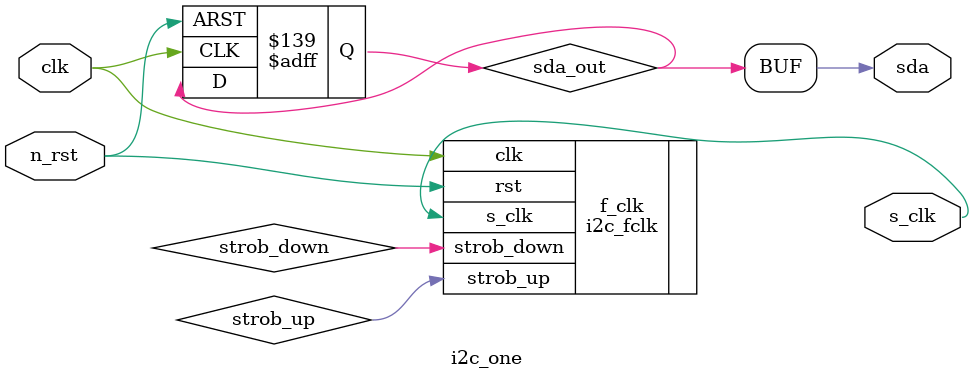
<source format=v>
module i2c_one

#(
  parameter DELAY = 1,
  parameter VALUE = 8'b11001001//169 //wrong send data with VALUE
 )
 
(
 input  clk,
 input  n_rst,
 output  sda,
 output s_clk	
 //output reg [7:0] value
);

localparam DELAY_SIZE = DELAY, // All date for count up number cycle  
           START_SIZE = 1,     // may be will be one clock or two clocks
		   ADDRESS_SIZE = 7,
		   WRITE_SIZE  = 7,
		   READ_SIZE = WRITE_SIZE,
		   ACK_SIZE = 1,
           STOP_SIZE = START_SIZE;
		   
		   
localparam DELAY_ST = 0, 
           START_ST = 1,
		   ADDRESS_ST = 2,
           READ_ST = 3,		   
		   WRITE_ST = 4,
		   ACK_ST = 5,
		   NACK_ST = 6,
		   STOP_ST = 7;

wire strob_up;
wire strob_down;

integer flag_clk;
integer sda_flag;
 
//registers

reg sda_out;
reg [3:0] cnt;          
reg [2:0] State;
reg [7:0] buffer = 8'b10110101;//send and recieve data
reg [7:0] address = 8'b10101001;//For slave address;


reg [3:0] Nextcnt;
reg [2:0] Nextstate;
reg [7:0] Nextbuffer ;//send and recieve data
reg [7:0] Nextaddress ;//For slave address; 

     
i2c_fclk f_clk
(
  .clk(clk),
  .rst(n_rst),
  .s_clk(s_clk),
  .strob_up(strob_up),
  .strob_down(strob_down)  
);


assign sda = sda_out;//(State==ACKNOWLADGE_ST) ? 1'bz : sda_out; //when flag is true sda work as input 
//assign scl = s_clk;(State==DELAY_ST)? 1'b1 : s_clk;       // give us press line to down

//Next state determining 
always @(s_clk) begin 

 if(strob_down) begin //Logic writing date to line SDA
  Nextstate = State;
  case(State)
  DELAY_ST  : if(cnt == DELAY_SIZE)  Nextstate = START_ST;
  START_ST  : if(cnt == START_SIZE)  Nextstate = ADDRESS_ST;
  ADDRESS_ST: if(cnt == ADDRESS_SIZE)Nextstate = ACK_ST;
  //WRITE_ST  : if(cnt == WRITE_SIZE)  Nextstate = ACK_ST;
  //STOP_ST   : Nextstate = DELAY_ST;
  endcase
 end //strob
 
 else if(strob_up)begin //Logic read date from line SDA
 case(State)
 ACK_ST: Nextstate = (~sda) ?
	     ((buffer[7]==0) ? WRITE_ST:READ_ST): NACK_ST;
 //NACK_ST:Nextstate =DELAY_ST;		
 //READ_ST:if(cnt == READ_SIZE) Nextstate = ACK; 
 endcase
 
end
end

//count determining
always@(s_clk)begin
Nextcnt = cnt;
if(strob_down)begin
 Nextcnt = cnt + 1;
 case(State)
     DELAY_ST     : if (cnt == DELAY_SIZE)    Nextcnt = 0;
	 ADDRESS_SIZE : if (cnt == ADDRESS_SIZE)  Nextcnt = 0;
     WRITE_ST     : if (cnt == WRITE_SIZE)    Nextcnt = 0;
     READ_ST      : if (cnt == READ_SIZE)     Nextcnt = 0;
endcase        
end	
end //always

always@(s_clk)begin //Logic wtiting and reading value
Nextbuffer = buffer;
Nextaddress = address;
if(strob_up)
    case(State)
        ADDRESS_ST    : Nextaddress = { Nextaddress[6:0], sda_out};
        
    endcase

end

		
always@(posedge clk,negedge n_rst)begin //Logic swich up state 
if(~n_rst)begin
State <= DELAY_ST;
cnt <= 0;
buffer <= 0;
sda_out <=1'b1;
//flag_clk = 1;
end

else begin
State <= Nextstate;
cnt <= Nextcnt;
buffer <= Nextbuffer;
address <= Nextaddress;
end

end

//task write_data();
//begin
//$display("Master address=0%b\t",address);
//$display("Master repeat cnt=%d\t",cnt);
//{sda_out,address} <= {address,1'b0};//shift most significations bit
////{buffer[7:1],sda_out} <= (buffer >> 1);//shift less most significations bit
////buffer <= buffer << 1; most significations bit 
////sda_out <= buffer[7];
//end
//endtask
//
//task read_data();
//begin
////if(cnt == ADDRESS_SIZE)State <= ACK;
////cnt <= (cnt == ADDRESS_SIZE)? 0 : cnt+1;
//buffer <= {buffer[6:0],sda}; // shift data and read address
//$display("Slave buffer=0%b\t",buffer);
//$display("Slave repeat cnt=%d\t",cnt);
//end
//endtask
//
endmodule
</source>
